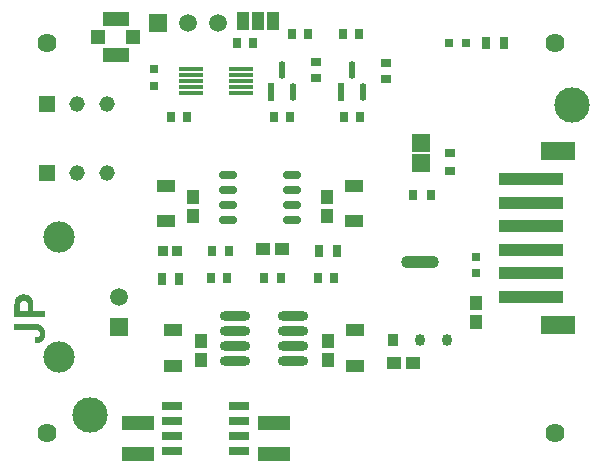
<source format=gts>
G04*
G04 #@! TF.GenerationSoftware,Altium Limited,Altium Designer,24.10.1 (45)*
G04*
G04 Layer_Color=8388736*
%FSLAX44Y44*%
%MOMM*%
G71*
G04*
G04 #@! TF.SameCoordinates,6B000D5F-9EDF-4335-955B-AE7D421AE8B7*
G04*
G04*
G04 #@! TF.FilePolarity,Negative*
G04*
G01*
G75*
%ADD16R,0.7000X0.7000*%
G04:AMPARAMS|DCode=17|XSize=1.0043mm|YSize=3.1821mm|CornerRadius=0.4369mm|HoleSize=0mm|Usage=FLASHONLY|Rotation=90.000|XOffset=0mm|YOffset=0mm|HoleType=Round|Shape=RoundedRectangle|*
%AMROUNDEDRECTD17*
21,1,1.0043,2.3084,0,0,90.0*
21,1,0.1306,3.1821,0,0,90.0*
1,1,0.8737,1.1542,0.0653*
1,1,0.8737,1.1542,-0.0653*
1,1,0.8737,-1.1542,-0.0653*
1,1,0.8737,-1.1542,0.0653*
%
%ADD17ROUNDEDRECTD17*%
G04:AMPARAMS|DCode=18|XSize=1.0043mm|YSize=0.8721mm|CornerRadius=0.4361mm|HoleSize=0mm|Usage=FLASHONLY|Rotation=90.000|XOffset=0mm|YOffset=0mm|HoleType=Round|Shape=RoundedRectangle|*
%AMROUNDEDRECTD18*
21,1,1.0043,0.0000,0,0,90.0*
21,1,0.1322,0.8721,0,0,90.0*
1,1,0.8721,0.0000,0.0661*
1,1,0.8721,0.0000,-0.0661*
1,1,0.8721,0.0000,-0.0661*
1,1,0.8721,0.0000,0.0661*
%
%ADD18ROUNDEDRECTD18*%
%ADD19R,0.8721X1.0043*%
%ADD21R,1.0121X1.2084*%
%ADD22R,1.6000X1.0000*%
%ADD23R,0.6500X0.9000*%
%ADD24R,1.1000X1.6240*%
%ADD25R,3.0000X1.6000*%
%ADD26R,5.5000X1.0000*%
%ADD27O,2.1000X0.3800*%
%ADD28R,0.6587X0.8121*%
G04:AMPARAMS|DCode=29|XSize=0.75mm|YSize=1.75mm|CornerRadius=0.0988mm|HoleSize=0mm|Usage=FLASHONLY|Rotation=90.000|XOffset=0mm|YOffset=0mm|HoleType=Round|Shape=RoundedRectangle|*
%AMROUNDEDRECTD29*
21,1,0.7500,1.5525,0,0,90.0*
21,1,0.5525,1.7500,0,0,90.0*
1,1,0.1975,0.7763,0.2763*
1,1,0.1975,0.7763,-0.2763*
1,1,0.1975,-0.7763,-0.2763*
1,1,0.1975,-0.7763,0.2763*
%
%ADD29ROUNDEDRECTD29*%
%ADD30R,2.7000X1.2000*%
%ADD31R,0.9000X0.8000*%
%ADD32R,0.8000X0.9000*%
%ADD33R,1.2084X1.0121*%
%ADD34R,2.3000X1.2000*%
%ADD35R,1.2000X1.2000*%
%ADD37R,0.8578X0.8621*%
%ADD38R,0.7500X1.0000*%
%ADD39R,1.5500X1.5500*%
%ADD40R,0.8121X0.6587*%
%ADD41R,0.5780X1.5242*%
G04:AMPARAMS|DCode=42|XSize=1.5242mm|YSize=0.578mm|CornerRadius=0.289mm|HoleSize=0mm|Usage=FLASHONLY|Rotation=90.000|XOffset=0mm|YOffset=0mm|HoleType=Round|Shape=RoundedRectangle|*
%AMROUNDEDRECTD42*
21,1,1.5242,0.0000,0,0,90.0*
21,1,0.9463,0.5780,0,0,90.0*
1,1,0.5780,0.0000,0.4731*
1,1,0.5780,0.0000,-0.4731*
1,1,0.5780,0.0000,-0.4731*
1,1,0.5780,0.0000,0.4731*
%
%ADD42ROUNDEDRECTD42*%
%ADD43R,0.8000X0.8000*%
%ADD44O,2.6000X0.8000*%
%ADD45C,3.0000*%
%ADD46O,1.5516X0.7016*%
%ADD47C,2.6500*%
%ADD48R,1.5000X1.5000*%
%ADD49C,1.5000*%
%ADD50R,1.3180X1.3180*%
%ADD51C,1.3180*%
%ADD52R,1.5000X1.5000*%
%ADD53C,1.6240*%
G36*
X15872Y152264D02*
X16131D01*
X16650Y152190D01*
X17279Y152079D01*
X17983Y151931D01*
X18650Y151709D01*
X19279Y151412D01*
X19353Y151375D01*
X19539Y151264D01*
X19835Y151079D01*
X20205Y150820D01*
X20575Y150524D01*
X21020Y150116D01*
X21427Y149709D01*
X21797Y149228D01*
X21835Y149153D01*
X21946Y149005D01*
X22094Y148746D01*
X22279Y148413D01*
X22501Y148005D01*
X22686Y147561D01*
X22871Y147080D01*
X23020Y146561D01*
Y146487D01*
X23057Y146376D01*
Y146228D01*
X23094Y146043D01*
X23131Y145783D01*
X23168Y145524D01*
Y145191D01*
X23205Y144858D01*
X23242Y144450D01*
X23279Y144006D01*
X23316Y143524D01*
Y143006D01*
X23353Y142450D01*
Y137858D01*
X33019D01*
Y132674D01*
X7392D01*
Y142117D01*
X7429Y142524D01*
Y143487D01*
X7503Y144524D01*
X7577Y145561D01*
X7614Y146006D01*
X7651Y146450D01*
X7725Y146820D01*
X7799Y147117D01*
Y147154D01*
X7836Y147228D01*
X7873Y147339D01*
X7910Y147487D01*
X8095Y147894D01*
X8317Y148413D01*
X8651Y148968D01*
X9095Y149598D01*
X9651Y150190D01*
X10317Y150783D01*
X10354D01*
X10391Y150857D01*
X10502Y150931D01*
X10651Y151005D01*
X10873Y151153D01*
X11095Y151264D01*
X11354Y151412D01*
X11650Y151561D01*
X12391Y151820D01*
X13206Y152079D01*
X14206Y152227D01*
X15280Y152301D01*
X15317D01*
X15391D01*
X15502D01*
X15687D01*
X15872Y152264D01*
D02*
G37*
G36*
X24760Y127119D02*
X25464Y127082D01*
X26242Y127008D01*
X27056Y126896D01*
X27871Y126748D01*
X28575Y126563D01*
X28612D01*
X28686Y126526D01*
X28797Y126489D01*
X28945Y126415D01*
X29352Y126230D01*
X29871Y125934D01*
X30426Y125563D01*
X31019Y125082D01*
X31611Y124526D01*
X32167Y123823D01*
Y123786D01*
X32241Y123749D01*
X32278Y123638D01*
X32389Y123452D01*
X32463Y123267D01*
X32574Y123045D01*
X32722Y122749D01*
X32833Y122452D01*
X32945Y122082D01*
X33093Y121712D01*
X33278Y120823D01*
X33426Y119786D01*
X33500Y118638D01*
Y118268D01*
X33463Y118008D01*
X33426Y117675D01*
X33389Y117342D01*
X33315Y116934D01*
X33241Y116490D01*
X32982Y115527D01*
X32796Y115046D01*
X32611Y114564D01*
X32352Y114083D01*
X32093Y113639D01*
X31759Y113194D01*
X31389Y112787D01*
X31352Y112750D01*
X31278Y112713D01*
X31167Y112602D01*
X30982Y112453D01*
X30760Y112305D01*
X30500Y112157D01*
X30167Y111972D01*
X29834Y111787D01*
X29389Y111565D01*
X28945Y111380D01*
X28426Y111231D01*
X27871Y111083D01*
X27278Y110935D01*
X26612Y110824D01*
X25908Y110787D01*
X25168Y110750D01*
X24612Y115675D01*
X24649D01*
X24723D01*
X24834D01*
X24982Y115712D01*
X25353D01*
X25834Y115787D01*
X26353Y115861D01*
X26871Y115972D01*
X27315Y116120D01*
X27723Y116305D01*
X27797Y116342D01*
X27945Y116453D01*
X28167Y116638D01*
X28389Y116934D01*
X28649Y117268D01*
X28871Y117712D01*
X29019Y118231D01*
X29093Y118823D01*
Y119120D01*
X29056Y119416D01*
X28982Y119749D01*
X28871Y120156D01*
X28686Y120564D01*
X28463Y120934D01*
X28130Y121230D01*
X28093Y121267D01*
X27908Y121341D01*
X27649Y121453D01*
X27241Y121601D01*
X26982Y121675D01*
X26686Y121749D01*
X26353Y121786D01*
X25982Y121860D01*
X25538Y121897D01*
X25094Y121934D01*
X24575Y121971D01*
X24019D01*
X7392D01*
Y127156D01*
X23649D01*
X23686D01*
X23797D01*
X23945D01*
X24168D01*
X24427D01*
X24760Y127119D01*
D02*
G37*
%LPC*%
G36*
X15391Y146968D02*
X15317D01*
X15169D01*
X14909Y146931D01*
X14576Y146857D01*
X14206Y146746D01*
X13798Y146598D01*
X13428Y146413D01*
X13058Y146117D01*
X13021Y146080D01*
X12909Y145969D01*
X12761Y145783D01*
X12576Y145561D01*
X12354Y145265D01*
X12169Y144895D01*
X12021Y144487D01*
X11910Y144043D01*
Y144006D01*
X11873Y143858D01*
X11836Y143598D01*
X11799Y143228D01*
Y142747D01*
X11761Y142413D01*
Y142080D01*
X11724Y141710D01*
Y137858D01*
X19020D01*
Y141413D01*
X18983Y141673D01*
Y142339D01*
X18946Y143006D01*
X18872Y143673D01*
X18761Y144265D01*
X18724Y144524D01*
X18650Y144747D01*
X18613Y144783D01*
X18576Y144932D01*
X18464Y145117D01*
X18353Y145339D01*
X18168Y145598D01*
X17946Y145857D01*
X17687Y146154D01*
X17391Y146376D01*
X17354Y146413D01*
X17242Y146487D01*
X17057Y146561D01*
X16798Y146672D01*
X16502Y146783D01*
X16169Y146894D01*
X15798Y146931D01*
X15391Y146968D01*
D02*
G37*
%LPD*%
D16*
X398000Y184000D02*
D03*
Y170000D02*
D03*
X125250Y328750D02*
D03*
Y342750D02*
D03*
D17*
X350900Y179900D02*
D03*
D18*
X373800Y114000D02*
D03*
X350900D02*
D03*
D19*
X328000D02*
D03*
D21*
X159000Y235037D02*
D03*
Y219000D02*
D03*
X165000Y97000D02*
D03*
Y113038D02*
D03*
X398000Y128482D02*
D03*
Y144518D02*
D03*
X273000Y113019D02*
D03*
Y96981D02*
D03*
X272000Y235037D02*
D03*
Y219000D02*
D03*
D22*
X136000Y214000D02*
D03*
Y244000D02*
D03*
X296000Y122000D02*
D03*
Y92000D02*
D03*
X142000Y122000D02*
D03*
Y92000D02*
D03*
X295000Y244000D02*
D03*
Y214000D02*
D03*
D23*
X218750Y165750D02*
D03*
X233250D02*
D03*
X174750Y189000D02*
D03*
X189250D02*
D03*
D24*
X201000Y383750D02*
D03*
X213500D02*
D03*
X226000D02*
D03*
D25*
X467500Y274000D02*
D03*
Y126000D02*
D03*
D26*
X445000Y250000D02*
D03*
Y230000D02*
D03*
Y210000D02*
D03*
Y190000D02*
D03*
Y170000D02*
D03*
Y150000D02*
D03*
D27*
X199000Y323000D02*
D03*
Y328000D02*
D03*
Y333000D02*
D03*
Y338000D02*
D03*
Y343000D02*
D03*
X157000Y323000D02*
D03*
Y328000D02*
D03*
Y333000D02*
D03*
Y338000D02*
D03*
Y343000D02*
D03*
D28*
X195733Y365000D02*
D03*
X209267D02*
D03*
X153767Y302000D02*
D03*
X140233D02*
D03*
X285233Y373000D02*
D03*
X298767D02*
D03*
X255767D02*
D03*
X242233D02*
D03*
X286233Y302000D02*
D03*
X299767D02*
D03*
X227233D02*
D03*
X240767D02*
D03*
X264233Y166000D02*
D03*
X277767D02*
D03*
X174233D02*
D03*
X187767D02*
D03*
D29*
X197750Y19700D02*
D03*
Y32400D02*
D03*
Y45100D02*
D03*
Y57800D02*
D03*
X141250Y19700D02*
D03*
Y32400D02*
D03*
Y45100D02*
D03*
Y57800D02*
D03*
D30*
X227250Y43250D02*
D03*
Y17250D02*
D03*
X112250Y17000D02*
D03*
Y43000D02*
D03*
D31*
X376250Y256500D02*
D03*
Y271500D02*
D03*
D32*
X359750Y236000D02*
D03*
X344750D02*
D03*
D33*
X345037Y94000D02*
D03*
X329000D02*
D03*
X218231Y190250D02*
D03*
X234268D02*
D03*
D34*
X93000Y355250D02*
D03*
Y385250D02*
D03*
D35*
X78000Y370250D02*
D03*
X108000D02*
D03*
D37*
X145272Y189000D02*
D03*
X133228D02*
D03*
D38*
X147000Y165000D02*
D03*
X132000D02*
D03*
X265500Y189000D02*
D03*
X280500D02*
D03*
X421500Y365000D02*
D03*
X406500D02*
D03*
D39*
X351750Y280759D02*
D03*
Y263241D02*
D03*
D40*
X263000Y335233D02*
D03*
Y348767D02*
D03*
X322000Y334233D02*
D03*
Y347767D02*
D03*
D41*
X224500Y323796D02*
D03*
X283500Y323898D02*
D03*
D42*
X243500Y323796D02*
D03*
X234000Y342000D02*
D03*
X302500Y323898D02*
D03*
X293000Y342102D02*
D03*
D43*
X375000Y365000D02*
D03*
X390000D02*
D03*
D44*
X243260Y95621D02*
D03*
Y108321D02*
D03*
Y121021D02*
D03*
Y133721D02*
D03*
X194261Y95621D02*
D03*
Y108321D02*
D03*
Y121021D02*
D03*
Y133721D02*
D03*
D45*
X479750Y312500D02*
D03*
X71500Y50500D02*
D03*
D46*
X188000Y253400D02*
D03*
Y240700D02*
D03*
Y228000D02*
D03*
Y215300D02*
D03*
X242500Y253400D02*
D03*
Y240700D02*
D03*
Y228000D02*
D03*
Y215300D02*
D03*
D47*
X45000Y99200D02*
D03*
Y200800D02*
D03*
D48*
X95800Y124600D02*
D03*
D49*
Y150000D02*
D03*
X179730Y382270D02*
D03*
X154355D02*
D03*
D50*
X34850Y313750D02*
D03*
X35100Y255250D02*
D03*
D51*
X60250Y313750D02*
D03*
X85650D02*
D03*
X60500Y255250D02*
D03*
X85900D02*
D03*
D52*
X128980Y382270D02*
D03*
D53*
X35000Y35000D02*
D03*
X465000Y365000D02*
D03*
X35000D02*
D03*
X465000Y35000D02*
D03*
M02*

</source>
